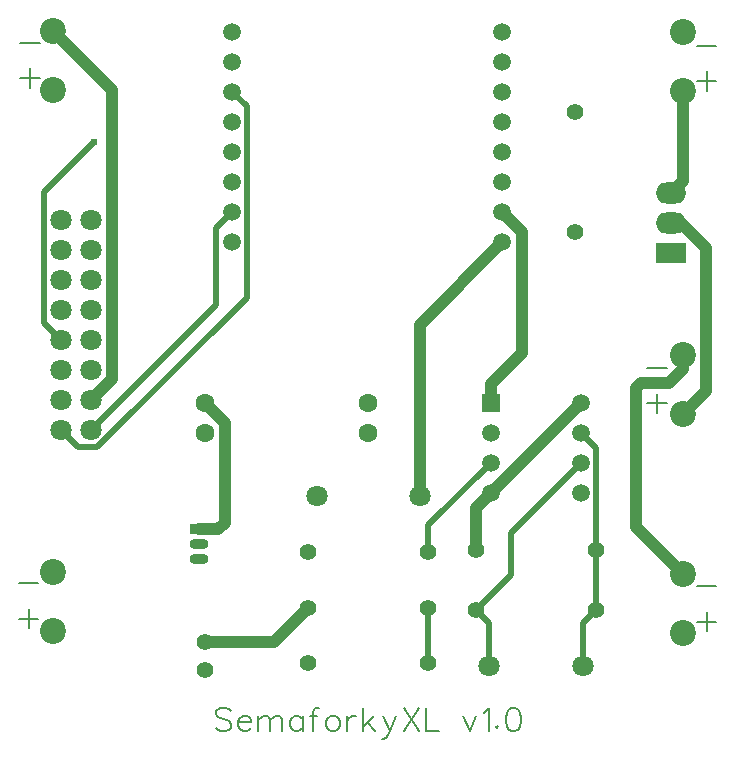
<source format=gtl>
G04 Layer: TopLayer*
G04 EasyEDA v6.5.34, 2023-10-20 22:40:53*
G04 e57982c86cb447f5a272f3456a71b57b,57889503967a4714bf52c07adae62c9a,10*
G04 Gerber Generator version 0.2*
G04 Scale: 100 percent, Rotated: No, Reflected: No *
G04 Dimensions in millimeters *
G04 leading zeros omitted , absolute positions ,4 integer and 5 decimal *
%FSLAX45Y45*%
%MOMM*%

%ADD10C,0.2032*%
%ADD11C,0.5000*%
%ADD12C,1.0000*%
%ADD13C,1.6000*%
%ADD14C,1.8000*%
%ADD15C,1.4000*%
%ADD16O,1.5999968X0.8999982*%
%ADD17R,1.6000X0.9000*%
%ADD18C,1.4000*%
%ADD19C,1.5080*%
%ADD20C,2.2000*%
%ADD21R,1.5000X1.5000*%
%ADD22C,1.5000*%
%ADD23O,2.5999948X1.7999964*%
%ADD24R,2.6000X1.8000*%
%ADD25C,0.6100*%
%ADD26C,0.0198*%

%LPD*%
D10*
X2520066Y6686092D02*
G01*
X2501524Y6704634D01*
X2473838Y6713778D01*
X2437008Y6713778D01*
X2409322Y6704634D01*
X2390780Y6686092D01*
X2390780Y6667550D01*
X2399924Y6649262D01*
X2409322Y6639864D01*
X2427610Y6630720D01*
X2483236Y6612178D01*
X2501524Y6603034D01*
X2510922Y6593890D01*
X2520066Y6575348D01*
X2520066Y6547662D01*
X2501524Y6529120D01*
X2473838Y6519976D01*
X2437008Y6519976D01*
X2409322Y6529120D01*
X2390780Y6547662D01*
X2581026Y6593890D02*
G01*
X2691770Y6593890D01*
X2691770Y6612178D01*
X2682626Y6630720D01*
X2673482Y6639864D01*
X2654940Y6649262D01*
X2627254Y6649262D01*
X2608712Y6639864D01*
X2590170Y6621576D01*
X2581026Y6593890D01*
X2581026Y6575348D01*
X2590170Y6547662D01*
X2608712Y6529120D01*
X2627254Y6519976D01*
X2654940Y6519976D01*
X2673482Y6529120D01*
X2691770Y6547662D01*
X2752730Y6649262D02*
G01*
X2752730Y6519976D01*
X2752730Y6612178D02*
G01*
X2780670Y6639864D01*
X2798958Y6649262D01*
X2826644Y6649262D01*
X2845186Y6639864D01*
X2854330Y6612178D01*
X2854330Y6519976D01*
X2854330Y6612178D02*
G01*
X2882270Y6639864D01*
X2900558Y6649262D01*
X2928244Y6649262D01*
X2946786Y6639864D01*
X2955930Y6612178D01*
X2955930Y6519976D01*
X3127888Y6649262D02*
G01*
X3127888Y6519976D01*
X3127888Y6621576D02*
G01*
X3109346Y6639864D01*
X3090804Y6649262D01*
X3063118Y6649262D01*
X3044830Y6639864D01*
X3026288Y6621576D01*
X3016890Y6593890D01*
X3016890Y6575348D01*
X3026288Y6547662D01*
X3044830Y6529120D01*
X3063118Y6519976D01*
X3090804Y6519976D01*
X3109346Y6529120D01*
X3127888Y6547662D01*
X3262762Y6713778D02*
G01*
X3244220Y6713778D01*
X3225678Y6704634D01*
X3216534Y6676948D01*
X3216534Y6519976D01*
X3188848Y6649262D02*
G01*
X3253364Y6649262D01*
X3369950Y6649262D02*
G01*
X3351408Y6639864D01*
X3332866Y6621576D01*
X3323722Y6593890D01*
X3323722Y6575348D01*
X3332866Y6547662D01*
X3351408Y6529120D01*
X3369950Y6519976D01*
X3397636Y6519976D01*
X3415924Y6529120D01*
X3434466Y6547662D01*
X3443610Y6575348D01*
X3443610Y6593890D01*
X3434466Y6621576D01*
X3415924Y6639864D01*
X3397636Y6649262D01*
X3369950Y6649262D01*
X3504570Y6649262D02*
G01*
X3504570Y6519976D01*
X3504570Y6593890D02*
G01*
X3513968Y6621576D01*
X3532510Y6639864D01*
X3550798Y6649262D01*
X3578484Y6649262D01*
X3639444Y6713778D02*
G01*
X3639444Y6519976D01*
X3731900Y6649262D02*
G01*
X3639444Y6556806D01*
X3676528Y6593890D02*
G01*
X3741044Y6519976D01*
X3811402Y6649262D02*
G01*
X3866774Y6519976D01*
X3922146Y6649262D02*
G01*
X3866774Y6519976D01*
X3848232Y6482892D01*
X3829690Y6464350D01*
X3811402Y6455206D01*
X3802004Y6455206D01*
X3983106Y6713778D02*
G01*
X4112392Y6519976D01*
X4112392Y6713778D02*
G01*
X3983106Y6519976D01*
X4173352Y6713778D02*
G01*
X4173352Y6519976D01*
X4173352Y6519976D02*
G01*
X4284350Y6519976D01*
X4487550Y6649262D02*
G01*
X4542922Y6519976D01*
X4598294Y6649262D02*
G01*
X4542922Y6519976D01*
X4659254Y6676948D02*
G01*
X4677796Y6686092D01*
X4705482Y6713778D01*
X4705482Y6519976D01*
X4775586Y6565950D02*
G01*
X4766442Y6556806D01*
X4775586Y6547662D01*
X4784730Y6556806D01*
X4775586Y6565950D01*
X4901316Y6713778D02*
G01*
X4873630Y6704634D01*
X4855088Y6676948D01*
X4845690Y6630720D01*
X4845690Y6603034D01*
X4855088Y6556806D01*
X4873630Y6529120D01*
X4901316Y6519976D01*
X4919604Y6519976D01*
X4947290Y6529120D01*
X4965832Y6556806D01*
X4975230Y6603034D01*
X4975230Y6630720D01*
X4965832Y6676948D01*
X4947290Y6704634D01*
X4919604Y6713778D01*
X4901316Y6713778D01*
X806907Y7556093D02*
G01*
X806907Y7389723D01*
X723849Y7473035D02*
G01*
X890219Y7473035D01*
X723849Y7772806D02*
G01*
X890219Y7772806D01*
X819607Y12132894D02*
G01*
X819607Y11966524D01*
X736549Y12049836D02*
G01*
X902919Y12049836D01*
X736549Y12349606D02*
G01*
X902919Y12349606D01*
X6547307Y12107494D02*
G01*
X6547307Y11941124D01*
X6464249Y12024436D02*
G01*
X6630619Y12024436D01*
X6464249Y12324206D02*
G01*
X6630619Y12324206D01*
X6128207Y9376994D02*
G01*
X6128207Y9210624D01*
X6045149Y9293936D02*
G01*
X6211519Y9293936D01*
X6045149Y9593706D02*
G01*
X6211519Y9593706D01*
X6464249Y7747406D02*
G01*
X6630619Y7747406D01*
X6547307Y7530693D02*
G01*
X6547307Y7364323D01*
X6464249Y7447635D02*
G01*
X6630619Y7447635D01*
D11*
X1079500Y9067800D02*
G01*
X1221689Y8925610D01*
X1390294Y8925610D01*
X2654782Y10190099D01*
X2654782Y11810771D01*
X2533853Y11931700D01*
X1333500Y9067800D02*
G01*
X2395651Y10129951D01*
X2395651Y10777499D01*
X2533853Y10915700D01*
X4722977Y8793911D02*
G01*
X4193006Y8263940D01*
X4193006Y8036204D01*
D12*
X4819853Y10661700D02*
G01*
X4118000Y9959847D01*
X4118000Y8512810D01*
X6244970Y11076482D02*
G01*
X6348577Y11180089D01*
X6348577Y11935713D01*
X6243980Y10822457D02*
G01*
X6331610Y10822457D01*
X6540576Y10613491D01*
X6540576Y9397212D01*
X6348577Y9205213D01*
D11*
X5484977Y9047911D02*
G01*
X5613984Y8918905D01*
X5613984Y8054238D01*
X5613984Y7548626D02*
G01*
X5613984Y8054238D01*
X5613984Y7548626D02*
G01*
X5503976Y7438618D01*
X5503976Y7068007D01*
X4193006Y7093000D02*
G01*
X4193006Y7564602D01*
X4593970Y7548626D02*
G01*
X4703978Y7438618D01*
X4703978Y7068007D01*
X4593970Y7548626D02*
G01*
X4889271Y7843926D01*
X4889271Y8198205D01*
X5484977Y8793911D01*
D12*
X6348577Y7851012D02*
G01*
X5949340Y8250250D01*
X5949340Y9421342D01*
X5995238Y9467240D01*
X6230086Y9467240D01*
X6348577Y9585731D01*
X6348577Y9705212D01*
X4819853Y10915700D02*
G01*
X4987594Y10747959D01*
X4987594Y9721595D01*
X4722977Y9456978D01*
X4722977Y9301911D02*
G01*
X4722977Y9456978D01*
X2410968Y8228456D02*
G01*
X2466720Y8284210D01*
X2466720Y9128379D01*
X2298700Y9296400D01*
X2250897Y8228456D02*
G01*
X2410968Y8228456D01*
X1333500Y9321800D02*
G01*
X1510563Y9498863D01*
X1510563Y11951436D01*
X1016000Y12446000D01*
X5484977Y9301911D02*
G01*
X4722977Y8539911D01*
X4722977Y8539911D02*
G01*
X4593970Y8410905D01*
X4593970Y8054238D01*
X2298954Y7273366D02*
G01*
X2881756Y7273366D01*
X3172993Y7564602D01*
D11*
X1079500Y9829800D02*
G01*
X937056Y9972243D01*
X937056Y11084458D01*
X1358366Y11505768D01*
D13*
G01*
X2298700Y9042400D03*
G01*
X2298700Y9296400D03*
G01*
X3683002Y9042394D03*
G01*
X3683002Y9296394D03*
D14*
G01*
X3247994Y8512820D03*
G01*
X4117995Y8512820D03*
G01*
X5503971Y7068004D03*
G01*
X4703973Y7068004D03*
D15*
G01*
X2298951Y7273363D03*
G01*
X2298951Y7033079D03*
D16*
G01*
X2250897Y7974444D03*
G01*
X2250897Y8101444D03*
D17*
G01*
X2250897Y8228444D03*
D18*
G01*
X3172995Y7564607D03*
G01*
X4193009Y7564607D03*
G01*
X3172995Y7093000D03*
G01*
X4193009Y7093000D03*
G01*
X3172995Y8036214D03*
G01*
X4193009Y8036214D03*
G01*
X4593973Y8054228D03*
G01*
X5613986Y8054228D03*
G01*
X5613986Y7548618D03*
G01*
X4593973Y7548618D03*
G01*
X5435600Y10742193D03*
G01*
X5435600Y11762206D03*
D19*
G01*
X4819850Y10661700D03*
G01*
X2533850Y10661700D03*
G01*
X4819850Y12439700D03*
G01*
X4819850Y12185700D03*
G01*
X4819850Y11931700D03*
G01*
X4819850Y11677700D03*
G01*
X4819850Y11423700D03*
G01*
X4819850Y11169700D03*
G01*
X4819850Y10915700D03*
G01*
X2533850Y12439700D03*
G01*
X2533850Y12185700D03*
G01*
X2533850Y11931700D03*
G01*
X2533850Y11677700D03*
G01*
X2533850Y11423700D03*
G01*
X2533850Y11169700D03*
G01*
X2533850Y10915700D03*
D14*
G01*
X1079500Y10845800D03*
G01*
X1333500Y10845800D03*
G01*
X1079500Y10591800D03*
G01*
X1333500Y10591800D03*
G01*
X1079500Y10337800D03*
G01*
X1333500Y10337800D03*
G01*
X1079500Y10083800D03*
G01*
X1333500Y10083800D03*
G01*
X1079500Y9829800D03*
G01*
X1333500Y9829800D03*
G01*
X1079500Y9575800D03*
G01*
X1333500Y9575800D03*
G01*
X1079500Y9321800D03*
G01*
X1333500Y9321800D03*
G01*
X1079500Y9067800D03*
G01*
X1333500Y9067800D03*
D20*
G01*
X6348577Y9705200D03*
G01*
X6348577Y9205201D03*
G01*
X1016000Y7370000D03*
G01*
X1016000Y7869999D03*
G01*
X1016000Y11946001D03*
G01*
X1016000Y12446000D03*
G01*
X6348577Y12435700D03*
G01*
X6348577Y11935701D03*
G01*
X6348577Y7851000D03*
G01*
X6348577Y7351001D03*
D21*
G01*
X4722977Y9301901D03*
D22*
G01*
X4722977Y9047901D03*
G01*
X4722977Y8793901D03*
G01*
X4722977Y8539901D03*
G01*
X5484977Y9301901D03*
G01*
X5484977Y9047901D03*
G01*
X5484977Y8793901D03*
G01*
X5484977Y8539901D03*
D23*
G01*
X6243977Y10822449D03*
G01*
X6244968Y11076475D03*
D24*
G01*
X6243977Y10568449D03*
D25*
G01*
X1358366Y11505768D03*
M02*

</source>
